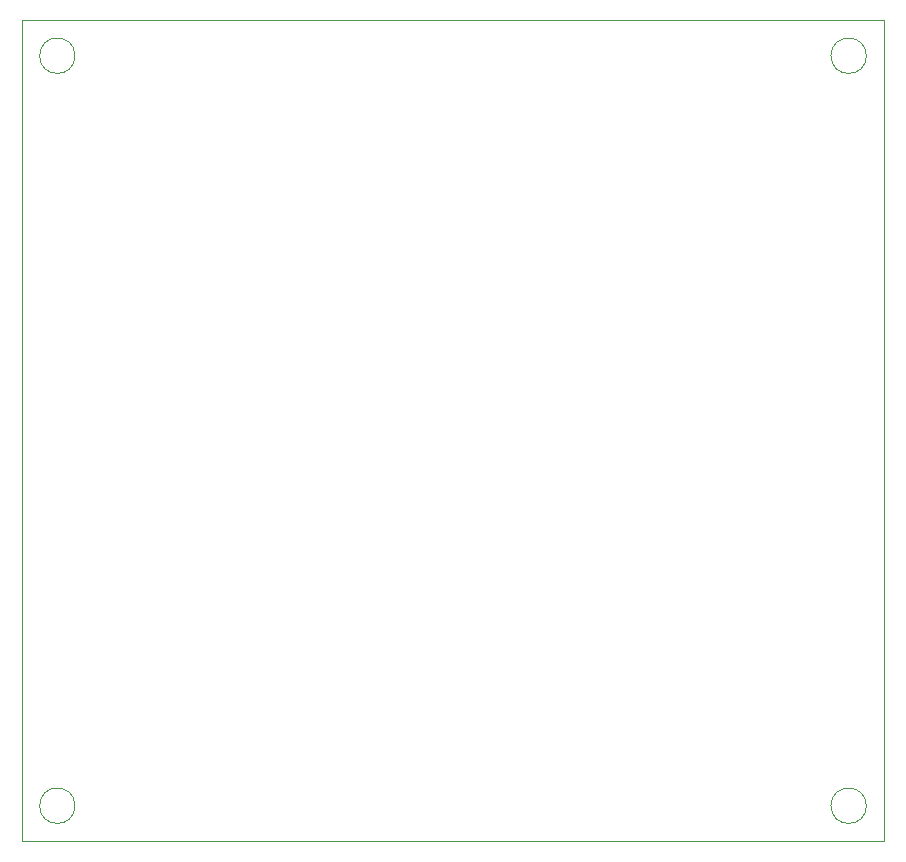
<source format=gbr>
%TF.GenerationSoftware,KiCad,Pcbnew,9.0.3*%
%TF.CreationDate,2025-07-12T21:01:37+12:00*%
%TF.ProjectId,RemiRAT,52656d69-5241-4542-9e6b-696361645f70,rev?*%
%TF.SameCoordinates,Original*%
%TF.FileFunction,Profile,NP*%
%FSLAX46Y46*%
G04 Gerber Fmt 4.6, Leading zero omitted, Abs format (unit mm)*
G04 Created by KiCad (PCBNEW 9.0.3) date 2025-07-12 21:01:37*
%MOMM*%
%LPD*%
G01*
G04 APERTURE LIST*
%TA.AperFunction,Profile*%
%ADD10C,0.050000*%
%TD*%
G04 APERTURE END LIST*
D10*
X121500000Y-118000000D02*
G75*
G02*
X118500000Y-118000000I-1500000J0D01*
G01*
X118500000Y-118000000D02*
G75*
G02*
X121500000Y-118000000I1500000J0D01*
G01*
X117000000Y-51500000D02*
X190000000Y-51500000D01*
X190000000Y-121000000D01*
X117000000Y-121000000D01*
X117000000Y-51500000D01*
X121500000Y-54500000D02*
G75*
G02*
X118500000Y-54500000I-1500000J0D01*
G01*
X118500000Y-54500000D02*
G75*
G02*
X121500000Y-54500000I1500000J0D01*
G01*
X188500000Y-118000000D02*
G75*
G02*
X185500000Y-118000000I-1500000J0D01*
G01*
X185500000Y-118000000D02*
G75*
G02*
X188500000Y-118000000I1500000J0D01*
G01*
X188500000Y-54500000D02*
G75*
G02*
X185500000Y-54500000I-1500000J0D01*
G01*
X185500000Y-54500000D02*
G75*
G02*
X188500000Y-54500000I1500000J0D01*
G01*
M02*

</source>
